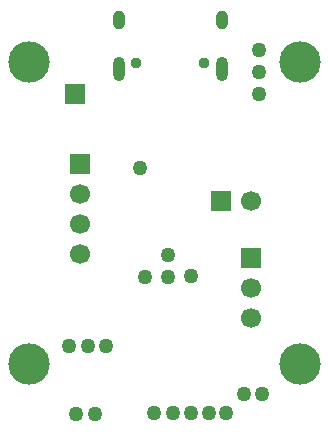
<source format=gbs>
G04 Layer_Color=16711935*
%FSLAX25Y25*%
%MOIN*%
G70*
G01*
G75*
%ADD22R,0.06693X0.06693*%
%ADD23C,0.06693*%
%ADD24O,0.03937X0.06299*%
%ADD25O,0.03937X0.08268*%
%ADD26R,0.06693X0.06693*%
%ADD27C,0.13780*%
%ADD28C,0.05000*%
%ADD29C,0.03740*%
D22*
X30866Y86528D02*
D03*
X87854Y55091D02*
D03*
X29331Y109843D02*
D03*
D23*
X30866Y76528D02*
D03*
Y66528D02*
D03*
Y56528D02*
D03*
X87854Y35091D02*
D03*
Y45091D02*
D03*
X87815Y74028D02*
D03*
D24*
X43976Y134539D02*
D03*
X78091D02*
D03*
D25*
X43976Y118220D02*
D03*
X78091D02*
D03*
D26*
X77815Y74028D02*
D03*
D27*
X104291Y120386D02*
D03*
Y19685D02*
D03*
X13740D02*
D03*
Y120386D02*
D03*
D28*
X67776Y49028D02*
D03*
X60394Y56016D02*
D03*
X60197Y48929D02*
D03*
X52421D02*
D03*
X90709Y124421D02*
D03*
X39528Y25898D02*
D03*
X33622D02*
D03*
X90709Y109756D02*
D03*
Y117039D02*
D03*
X35984Y3161D02*
D03*
X61968Y3457D02*
D03*
X79685D02*
D03*
X50748Y85248D02*
D03*
X73779Y3457D02*
D03*
X67874D02*
D03*
X55669D02*
D03*
X29685Y3063D02*
D03*
X27323Y25898D02*
D03*
X91496Y9756D02*
D03*
X85590D02*
D03*
D29*
X72362Y120169D02*
D03*
X49606D02*
D03*
M02*

</source>
